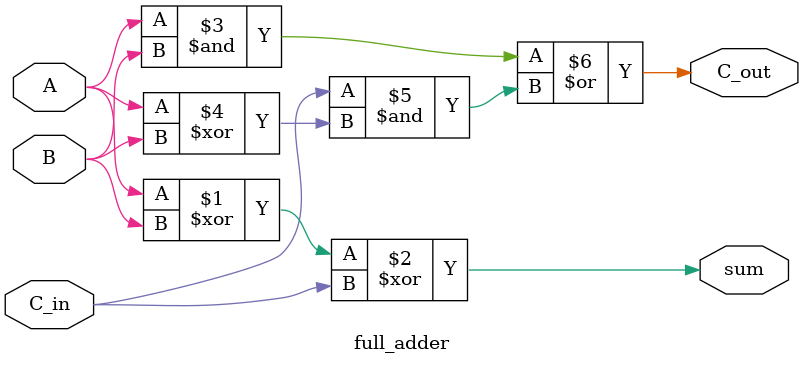
<source format=v>
module top_module (
    input A,
    input B,
    input C_in,
    output [8:0] out
);

    wire [1:0] fa1_out;
    wire [1:0] fa2_out;
    wire parity_bit;

    // Full Adder 1
    full_adder fa1 (
        .A(A),
        .B(B),
        .C_in(C_in),
        .sum(fa1_out[0]),
        .C_out(fa1_out[1])
    );

    // Full Adder 2
    full_adder fa2 (
        .A(fa1_out[0]),
        .B(fa1_out[1]),
        .C_in(1'b0),
        .sum(fa2_out[0]),
        .C_out(fa2_out[1])
    );

    // Parity Bit Calculation
    assign parity_bit = (A ^ B ^ fa2_out[0]) & (A | B | fa2_out[0]);

    // Output
    assign out = {parity_bit, fa2_out};

endmodule

// Full Adder
module full_adder (
    input A,
    input B,
    input C_in,
    output sum,
    output C_out
);

    assign sum = A ^ B ^ C_in;
    assign C_out = (A & B) | (C_in & (A ^ B));

endmodule
</source>
